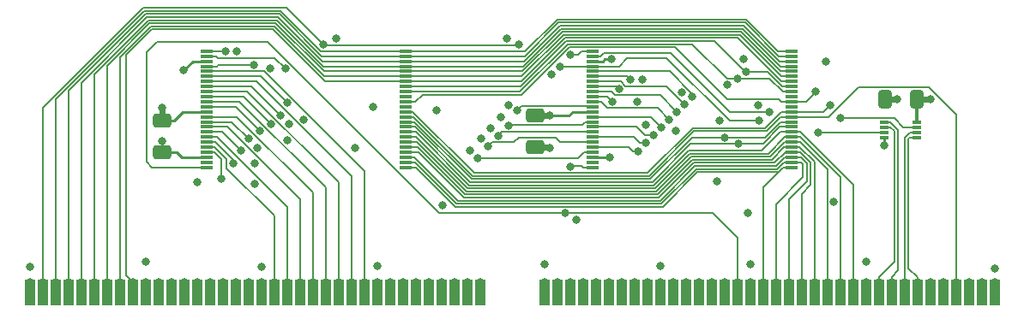
<source format=gtl>
G04 #@! TF.GenerationSoftware,KiCad,Pcbnew,7.0.9*
G04 #@! TF.CreationDate,2024-01-22T22:48:28+01:00*
G04 #@! TF.ProjectId,simm72,73696d6d-3732-42e6-9b69-6361645f7063,A*
G04 #@! TF.SameCoordinates,Original*
G04 #@! TF.FileFunction,Copper,L1,Top*
G04 #@! TF.FilePolarity,Positive*
%FSLAX46Y46*%
G04 Gerber Fmt 4.6, Leading zero omitted, Abs format (unit mm)*
G04 Created by KiCad (PCBNEW 7.0.9) date 2024-01-22 22:48:28*
%MOMM*%
%LPD*%
G01*
G04 APERTURE LIST*
G04 Aperture macros list*
%AMRoundRect*
0 Rectangle with rounded corners*
0 $1 Rounding radius*
0 $2 $3 $4 $5 $6 $7 $8 $9 X,Y pos of 4 corners*
0 Add a 4 corners polygon primitive as box body*
4,1,4,$2,$3,$4,$5,$6,$7,$8,$9,$2,$3,0*
0 Add four circle primitives for the rounded corners*
1,1,$1+$1,$2,$3*
1,1,$1+$1,$4,$5*
1,1,$1+$1,$6,$7*
1,1,$1+$1,$8,$9*
0 Add four rect primitives between the rounded corners*
20,1,$1+$1,$2,$3,$4,$5,0*
20,1,$1+$1,$4,$5,$6,$7,0*
20,1,$1+$1,$6,$7,$8,$9,0*
20,1,$1+$1,$8,$9,$2,$3,0*%
G04 Aperture macros list end*
G04 #@! TA.AperFunction,SMDPad,CuDef*
%ADD10R,1.040000X2.540000*%
G04 #@! TD*
G04 #@! TA.AperFunction,SMDPad,CuDef*
%ADD11R,1.300000X0.300000*%
G04 #@! TD*
G04 #@! TA.AperFunction,SMDPad,CuDef*
%ADD12RoundRect,0.250000X-0.650000X0.412500X-0.650000X-0.412500X0.650000X-0.412500X0.650000X0.412500X0*%
G04 #@! TD*
G04 #@! TA.AperFunction,SMDPad,CuDef*
%ADD13R,0.850000X0.300000*%
G04 #@! TD*
G04 #@! TA.AperFunction,SMDPad,CuDef*
%ADD14RoundRect,0.250000X0.412500X0.650000X-0.412500X0.650000X-0.412500X-0.650000X0.412500X-0.650000X0*%
G04 #@! TD*
G04 #@! TA.AperFunction,ViaPad*
%ADD15C,0.800000*%
G04 #@! TD*
G04 #@! TA.AperFunction,Conductor*
%ADD16C,0.254000*%
G04 #@! TD*
G04 #@! TA.AperFunction,Conductor*
%ADD17C,0.152400*%
G04 #@! TD*
G04 #@! TA.AperFunction,Conductor*
%ADD18C,0.609600*%
G04 #@! TD*
G04 #@! TA.AperFunction,Conductor*
%ADD19C,0.304800*%
G04 #@! TD*
G04 APERTURE END LIST*
D10*
X57375000Y-113921000D03*
X58645000Y-113921000D03*
X59915000Y-113921000D03*
X61185000Y-113921000D03*
X62455000Y-113921000D03*
X63725000Y-113921000D03*
X64995000Y-113921000D03*
X66265000Y-113921000D03*
X67535000Y-113921000D03*
X68805000Y-113921000D03*
X70075000Y-113921000D03*
X71345000Y-113921000D03*
X72615000Y-113921000D03*
X73885000Y-113921000D03*
X75155000Y-113921000D03*
X76425000Y-113921000D03*
X77695000Y-113921000D03*
X78965000Y-113921000D03*
X80235000Y-113921000D03*
X81505000Y-113921000D03*
X82775000Y-113921000D03*
X84045000Y-113921000D03*
X85315000Y-113921000D03*
X86585000Y-113921000D03*
X87855000Y-113921000D03*
X89125000Y-113921000D03*
X90395000Y-113921000D03*
X91665000Y-113921000D03*
X92935000Y-113921000D03*
X94205000Y-113921000D03*
X95475000Y-113921000D03*
X96745000Y-113921000D03*
X98015000Y-113921000D03*
X99285000Y-113921000D03*
X100555000Y-113921000D03*
X101825000Y-113921000D03*
X108175000Y-113921000D03*
X109445000Y-113921000D03*
X110715000Y-113921000D03*
X111985000Y-113921000D03*
X113255000Y-113921000D03*
X114525000Y-113921000D03*
X115795000Y-113921000D03*
X117065000Y-113921000D03*
X118335000Y-113921000D03*
X119605000Y-113921000D03*
X120875000Y-113921000D03*
X122145000Y-113921000D03*
X123415000Y-113921000D03*
X124685000Y-113921000D03*
X125955000Y-113921000D03*
X127225000Y-113921000D03*
X128495000Y-113921000D03*
X129765000Y-113921000D03*
X131035000Y-113921000D03*
X132305000Y-113921000D03*
X133575000Y-113921000D03*
X134845000Y-113921000D03*
X136115000Y-113921000D03*
X137385000Y-113921000D03*
X138655000Y-113921000D03*
X139925000Y-113921000D03*
X141195000Y-113921000D03*
X142465000Y-113921000D03*
X143735000Y-113921000D03*
X145005000Y-113921000D03*
X146275000Y-113921000D03*
X147545000Y-113921000D03*
X148815000Y-113921000D03*
X150085000Y-113921000D03*
X151355000Y-113921000D03*
X152625000Y-113921000D03*
D11*
X132630000Y-101510000D03*
X132630000Y-101010000D03*
X132630000Y-100510000D03*
X132630000Y-100010000D03*
X132630000Y-99510000D03*
X132630000Y-99010000D03*
X132630000Y-98510000D03*
X132630000Y-98010000D03*
X132630000Y-97510000D03*
X132630000Y-97010000D03*
X132630000Y-96510000D03*
X132630000Y-96010000D03*
X132630000Y-95510000D03*
X132630000Y-95010000D03*
X132630000Y-94510000D03*
X132630000Y-94010000D03*
X132630000Y-93510000D03*
X132630000Y-93010000D03*
X132630000Y-92510000D03*
X132630000Y-92010000D03*
X132630000Y-91510000D03*
X132630000Y-91010000D03*
X132630000Y-90510000D03*
X132630000Y-90010000D03*
X112930000Y-90010000D03*
X112930000Y-90510000D03*
X112930000Y-91010000D03*
X112930000Y-91510000D03*
X112930000Y-92010000D03*
X112930000Y-92510000D03*
X112930000Y-93010000D03*
X112930000Y-93510000D03*
X112930000Y-94010000D03*
X112930000Y-94510000D03*
X112930000Y-95010000D03*
X112930000Y-95510000D03*
X112930000Y-96010000D03*
X112930000Y-96510000D03*
X112930000Y-97010000D03*
X112930000Y-97510000D03*
X112930000Y-98010000D03*
X112930000Y-98510000D03*
X112930000Y-99010000D03*
X112930000Y-99510000D03*
X112930000Y-100010000D03*
X112930000Y-100510000D03*
X112930000Y-101010000D03*
X112930000Y-101510000D03*
D12*
X107286000Y-96356500D03*
X107286000Y-99481500D03*
D13*
X141779000Y-97042000D03*
X141779000Y-97542000D03*
X141779000Y-98042000D03*
X141779000Y-98542000D03*
X144929000Y-98542000D03*
X144929000Y-98042000D03*
X144929000Y-97542000D03*
X144929000Y-97042000D03*
D12*
X70456000Y-96864500D03*
X70456000Y-99989500D03*
D14*
X144916500Y-94744000D03*
X141791500Y-94744000D03*
D11*
X94530000Y-101510000D03*
X94530000Y-101010000D03*
X94530000Y-100510000D03*
X94530000Y-100010000D03*
X94530000Y-99510000D03*
X94530000Y-99010000D03*
X94530000Y-98510000D03*
X94530000Y-98010000D03*
X94530000Y-97510000D03*
X94530000Y-97010000D03*
X94530000Y-96510000D03*
X94530000Y-96010000D03*
X94530000Y-95510000D03*
X94530000Y-95010000D03*
X94530000Y-94510000D03*
X94530000Y-94010000D03*
X94530000Y-93510000D03*
X94530000Y-93010000D03*
X94530000Y-92510000D03*
X94530000Y-92010000D03*
X94530000Y-91510000D03*
X94530000Y-91010000D03*
X94530000Y-90510000D03*
X94530000Y-90010000D03*
X74830000Y-90010000D03*
X74830000Y-90510000D03*
X74830000Y-91010000D03*
X74830000Y-91510000D03*
X74830000Y-92010000D03*
X74830000Y-92510000D03*
X74830000Y-93010000D03*
X74830000Y-93510000D03*
X74830000Y-94010000D03*
X74830000Y-94510000D03*
X74830000Y-95010000D03*
X74830000Y-95510000D03*
X74830000Y-96010000D03*
X74830000Y-96510000D03*
X74830000Y-97010000D03*
X74830000Y-97510000D03*
X74830000Y-98010000D03*
X74830000Y-98510000D03*
X74830000Y-99010000D03*
X74830000Y-99510000D03*
X74830000Y-100010000D03*
X74830000Y-100510000D03*
X74830000Y-101010000D03*
X74830000Y-101510000D03*
D15*
X58645000Y-112854200D03*
X86378816Y-89362184D03*
X76679000Y-90045000D03*
X105635000Y-89381900D03*
X110778134Y-90362134D03*
X59915000Y-112854200D03*
X61185000Y-112854200D03*
X62455000Y-112854200D03*
X63725000Y-112854200D03*
X64995000Y-112854200D03*
X66265000Y-112854200D03*
X67535000Y-112854200D03*
X138655000Y-112854200D03*
X137385000Y-112854200D03*
X136115000Y-112854200D03*
X101952000Y-98681000D03*
X121764000Y-94109000D03*
X127860000Y-90813900D03*
X108175000Y-111127000D03*
X142973000Y-94744000D03*
X79593100Y-101094000D03*
X114779000Y-90800100D03*
X68805000Y-110873000D03*
X128495000Y-112854200D03*
X121135900Y-97919000D03*
X68805000Y-112854200D03*
X126209000Y-93340100D03*
X128495000Y-111127000D03*
X70456000Y-98935000D03*
X80235000Y-111381000D03*
X111350000Y-106675100D03*
X73885000Y-102999000D03*
X135988000Y-91061000D03*
X77822000Y-90045000D03*
X125447000Y-96903000D03*
X141779000Y-99316000D03*
X82775000Y-98808000D03*
X139925000Y-110873000D03*
X104492000Y-88775000D03*
X97507000Y-95887000D03*
X125193000Y-102872000D03*
X91665000Y-112854200D03*
X114652000Y-100509800D03*
X129257000Y-95379000D03*
X72568034Y-91903034D03*
X108175000Y-112854200D03*
X89506000Y-99570000D03*
X79593100Y-103126000D03*
X117319000Y-95004900D03*
X81124000Y-91695500D03*
X139925000Y-112854200D03*
X91665000Y-111254000D03*
X108683000Y-99570000D03*
X79860900Y-99570000D03*
X91284000Y-95506000D03*
X118208000Y-97284000D03*
X87601000Y-88775000D03*
X98142000Y-105285000D03*
X128241000Y-106047000D03*
X100809000Y-99824000D03*
X102841000Y-97665000D03*
X119605000Y-112854200D03*
X104619000Y-95379000D03*
X80235000Y-112854200D03*
X136750000Y-104904000D03*
X82965134Y-97220866D03*
X108873134Y-92267134D03*
X84425634Y-96776366D03*
X103857000Y-96522000D03*
X119605000Y-111254000D03*
X117827000Y-92839000D03*
X70075000Y-112854200D03*
X76298000Y-102618000D03*
X77441000Y-101094000D03*
X71345000Y-112854200D03*
X72615000Y-112854200D03*
X78203000Y-99824000D03*
X73885000Y-112854200D03*
X78965000Y-98681000D03*
X80108366Y-97918634D03*
X75155000Y-112854200D03*
X81187866Y-97220134D03*
X76425000Y-112854200D03*
X82140000Y-96395000D03*
X77695000Y-112854200D03*
X78965000Y-112854200D03*
X82774634Y-95125366D03*
X81505000Y-112854200D03*
X82775000Y-112854200D03*
X84045000Y-112854200D03*
X85315000Y-112854200D03*
X86585000Y-112854200D03*
X87855000Y-112854200D03*
X89125000Y-112854200D03*
X90395000Y-112854200D03*
X92935000Y-112854200D03*
X101577900Y-100586000D03*
X94205000Y-112854200D03*
X102593900Y-99443000D03*
X103603000Y-98381900D03*
X95475000Y-112854200D03*
X104625900Y-97381900D03*
X96745000Y-112854200D03*
X105508000Y-95887000D03*
X98015000Y-112854200D03*
X114906000Y-94991100D03*
X99285000Y-112854200D03*
X100555000Y-112854200D03*
X115541000Y-93734900D03*
X101825000Y-112854200D03*
X116684000Y-92839000D03*
X117446000Y-99951000D03*
X109445000Y-112854200D03*
X118208000Y-99062000D03*
X110715000Y-112854200D03*
X118970000Y-98300000D03*
X111985000Y-112854200D03*
X119732000Y-97538000D03*
X113255000Y-112854200D03*
X114525000Y-112854200D03*
X120494000Y-96776000D03*
X121256000Y-96014000D03*
X115795000Y-112854200D03*
X117065000Y-112854200D03*
X122018000Y-95252000D03*
X122780000Y-94490000D03*
X118335000Y-112854200D03*
X122145000Y-112854200D03*
X125955000Y-98554000D03*
X123415000Y-112854200D03*
X127352000Y-99189000D03*
X127225000Y-92712000D03*
X124685000Y-112854200D03*
X125955000Y-112854200D03*
X128114000Y-92070100D03*
X127225000Y-112854200D03*
X110715000Y-101431100D03*
X110207000Y-106047000D03*
X129765000Y-112854200D03*
X131035000Y-112854200D03*
X132305000Y-112854200D03*
X133575000Y-112854200D03*
X134845000Y-112854200D03*
X130400000Y-96014000D03*
X135226000Y-98046000D03*
X109699000Y-91569000D03*
X79473000Y-91381006D03*
X147545000Y-112854200D03*
X129384000Y-96903000D03*
X148815000Y-112854200D03*
X146275000Y-112854200D03*
X150085000Y-112854200D03*
X151355000Y-112854200D03*
X137385000Y-96649000D03*
X82623090Y-91720410D03*
X142465000Y-112854200D03*
X141195000Y-112854200D03*
X145005000Y-112854200D03*
X143735000Y-112854200D03*
X152625000Y-111508000D03*
X108683000Y-96395000D03*
X57375000Y-111381000D03*
X146275000Y-94744000D03*
X134972000Y-93982000D03*
X70456000Y-95633000D03*
X136432500Y-95315500D03*
X57375000Y-112854200D03*
X152625000Y-112854200D03*
X120875000Y-112854200D03*
D16*
X141779000Y-99316000D02*
X141779000Y-98542000D01*
D17*
X111893000Y-90010000D02*
X112930000Y-90010000D01*
X76644000Y-90010000D02*
X74830000Y-90010000D01*
X82743632Y-85727000D02*
X68551000Y-85727000D01*
X105635000Y-89381900D02*
X105606900Y-89410000D01*
X86378816Y-89362184D02*
X82743632Y-85727000D01*
X111540866Y-90362134D02*
X111893000Y-90010000D01*
X76679000Y-90045000D02*
X76644000Y-90010000D01*
X68551000Y-85727000D02*
X58645000Y-95633000D01*
X110778134Y-90362134D02*
X111540866Y-90362134D01*
X86378816Y-89362184D02*
X86426632Y-89410000D01*
X86426632Y-89410000D02*
X105606900Y-89410000D01*
X58645000Y-95633000D02*
X58645000Y-112854200D01*
X131265578Y-90010000D02*
X132630000Y-90010000D01*
X82160164Y-86031800D02*
X86138364Y-90010000D01*
X59915000Y-94794052D02*
X68677252Y-86031800D01*
X128125578Y-86870000D02*
X131265578Y-90010000D01*
X68677252Y-86031800D02*
X82160164Y-86031800D01*
X86138364Y-90010000D02*
X94530000Y-90010000D01*
X109445000Y-86870000D02*
X128125578Y-86870000D01*
X59915000Y-112854200D02*
X59915000Y-94794052D01*
X94530000Y-90010000D02*
X106305000Y-90010000D01*
X106305000Y-90010000D02*
X109445000Y-86870000D01*
X132630000Y-90510000D02*
X131334526Y-90510000D01*
X61185000Y-93955104D02*
X61185000Y-112854200D01*
X94530000Y-90510000D02*
X86207312Y-90510000D01*
X68803504Y-86336600D02*
X61185000Y-93955104D01*
X82033912Y-86336600D02*
X68803504Y-86336600D01*
X86207312Y-90510000D02*
X82033912Y-86336600D01*
X131334526Y-90510000D02*
X127999326Y-87174800D01*
X109571252Y-87174800D02*
X106236052Y-90510000D01*
X127999326Y-87174800D02*
X109571252Y-87174800D01*
X106236052Y-90510000D02*
X94530000Y-90510000D01*
X106167104Y-91010000D02*
X109697504Y-87479600D01*
X62455000Y-93116156D02*
X68929756Y-86641400D01*
X94530000Y-91010000D02*
X106167104Y-91010000D01*
X62455000Y-112854200D02*
X62455000Y-93116156D01*
X81907660Y-86641400D02*
X86276260Y-91010000D01*
X131403474Y-91010000D02*
X132630000Y-91010000D01*
X109697504Y-87479600D02*
X127873074Y-87479600D01*
X86276260Y-91010000D02*
X94530000Y-91010000D01*
X127873074Y-87479600D02*
X131403474Y-91010000D01*
X68929756Y-86641400D02*
X81907660Y-86641400D01*
X69056008Y-86946200D02*
X63725000Y-92277208D01*
X132630000Y-91510000D02*
X131472422Y-91510000D01*
X63725000Y-92277208D02*
X63725000Y-112854200D01*
X94530000Y-91510000D02*
X86345208Y-91510000D01*
X109823756Y-87784400D02*
X106098156Y-91510000D01*
X86345208Y-91510000D02*
X81781408Y-86946200D01*
X131472422Y-91510000D02*
X127746822Y-87784400D01*
X127746822Y-87784400D02*
X109823756Y-87784400D01*
X106098156Y-91510000D02*
X94530000Y-91510000D01*
X81781408Y-86946200D02*
X69056008Y-86946200D01*
X109950008Y-88089200D02*
X127605252Y-88089200D01*
X81655156Y-87251000D02*
X86414156Y-92010000D01*
X64995000Y-91442000D02*
X69186000Y-87251000D01*
X86414156Y-92010000D02*
X94530000Y-92010000D01*
X69186000Y-87251000D02*
X81655156Y-87251000D01*
X106029208Y-92010000D02*
X109950008Y-88089200D01*
X127605252Y-88089200D02*
X131526052Y-92010000D01*
X131526052Y-92010000D02*
X132630000Y-92010000D01*
X94530000Y-92010000D02*
X106029208Y-92010000D01*
X64995000Y-112854200D02*
X64995000Y-91442000D01*
X131595000Y-92510000D02*
X127479000Y-88394000D01*
X86483104Y-92510000D02*
X81528904Y-87555800D01*
X81528904Y-87555800D02*
X69312252Y-87555800D01*
X66265000Y-90603052D02*
X66265000Y-112854200D01*
X110076260Y-88394000D02*
X105960260Y-92510000D01*
X105960260Y-92510000D02*
X94530000Y-92510000D01*
X132630000Y-92510000D02*
X131595000Y-92510000D01*
X94530000Y-92510000D02*
X86483104Y-92510000D01*
X127479000Y-88394000D02*
X110076260Y-88394000D01*
X69312252Y-87555800D02*
X66265000Y-90603052D01*
X67535000Y-112854200D02*
X66900000Y-112219200D01*
X69438504Y-87860600D02*
X81402652Y-87860600D01*
X94530000Y-93010000D02*
X105891312Y-93010000D01*
X66900000Y-112219200D02*
X66900000Y-90399104D01*
X127275800Y-88698800D02*
X131587000Y-93010000D01*
X86552052Y-93010000D02*
X94530000Y-93010000D01*
X66900000Y-90399104D02*
X69438504Y-87860600D01*
X131587000Y-93010000D02*
X132630000Y-93010000D01*
X110202512Y-88698800D02*
X127275800Y-88698800D01*
X81402652Y-87860600D02*
X86552052Y-93010000D01*
X105891312Y-93010000D02*
X110202512Y-88698800D01*
X133432400Y-98010000D02*
X138655000Y-103232600D01*
X131452000Y-98010000D02*
X132630000Y-98010000D01*
X122404236Y-99849400D02*
X129612600Y-99849400D01*
X94530000Y-98010000D02*
X95470296Y-98010000D01*
X100738696Y-103278400D02*
X118975236Y-103278400D01*
X118975236Y-103278400D02*
X122404236Y-99849400D01*
X95470296Y-98010000D02*
X100738696Y-103278400D01*
X138655000Y-103232600D02*
X138655000Y-112854200D01*
X132630000Y-98010000D02*
X133432400Y-98010000D01*
X129612600Y-99849400D02*
X131452000Y-98010000D01*
X132630000Y-98510000D02*
X133432400Y-98510000D01*
X133432400Y-98510000D02*
X137385000Y-102462600D01*
X119101488Y-103583200D02*
X100612444Y-103583200D01*
X130278200Y-100154200D02*
X122530488Y-100154200D01*
X137385000Y-102462600D02*
X137385000Y-112854200D01*
X131922400Y-98510000D02*
X130278200Y-100154200D01*
X122530488Y-100154200D02*
X119101488Y-103583200D01*
X95539244Y-98510000D02*
X94530000Y-98510000D01*
X132630000Y-98510000D02*
X131922400Y-98510000D01*
X100612444Y-103583200D02*
X95539244Y-98510000D01*
X100486192Y-103888000D02*
X119227740Y-103888000D01*
X119227740Y-103888000D02*
X122656740Y-100459000D01*
X94530000Y-99010000D02*
X95608192Y-99010000D01*
X95608192Y-99010000D02*
X100486192Y-103888000D01*
X133432400Y-99010000D02*
X136115000Y-101692600D01*
X122656740Y-100459000D02*
X130492748Y-100459000D01*
X132630000Y-99010000D02*
X133432400Y-99010000D01*
X131941748Y-99010000D02*
X132630000Y-99010000D01*
X130492748Y-100459000D02*
X131941748Y-99010000D01*
X136115000Y-101692600D02*
X136115000Y-112854200D01*
D16*
X114150900Y-90800100D02*
X113941000Y-91010000D01*
D18*
X141791500Y-94744000D02*
X142973000Y-94744000D01*
D16*
X71891500Y-99989500D02*
X70456000Y-99989500D01*
X74830000Y-91010000D02*
X73461068Y-91010000D01*
D18*
X107286000Y-99481500D02*
X108594500Y-99481500D01*
D16*
X74830000Y-100510000D02*
X72412000Y-100510000D01*
X70456000Y-99989500D02*
X70456000Y-98935000D01*
X108594500Y-99481500D02*
X108683000Y-99570000D01*
X114779000Y-90800100D02*
X114150900Y-90800100D01*
X72412000Y-100510000D02*
X71891500Y-99989500D01*
X73461068Y-91010000D02*
X72568034Y-91903034D01*
X114651800Y-100510000D02*
X114652000Y-100509800D01*
X112930000Y-100510000D02*
X114651800Y-100510000D01*
X113941000Y-91010000D02*
X112930000Y-91010000D01*
D17*
X75632400Y-100010000D02*
X76298000Y-100675600D01*
X76298000Y-100675600D02*
X76298000Y-102618000D01*
X74830000Y-100010000D02*
X75632400Y-100010000D01*
X77441000Y-100789948D02*
X77441000Y-101094000D01*
X75661052Y-99010000D02*
X77441000Y-100789948D01*
X74830000Y-99010000D02*
X75661052Y-99010000D01*
X76389000Y-98010000D02*
X74830000Y-98010000D01*
X78203000Y-99824000D02*
X76389000Y-98010000D01*
X77294000Y-97010000D02*
X74830000Y-97010000D01*
X78965000Y-98681000D02*
X77294000Y-97010000D01*
X77699732Y-95510000D02*
X74830000Y-95510000D01*
X80108366Y-97918634D02*
X77699732Y-95510000D01*
X78477732Y-94510000D02*
X74830000Y-94510000D01*
X81187866Y-97220134D02*
X78477732Y-94510000D01*
X79254268Y-93510000D02*
X74830000Y-93510000D01*
X82139268Y-96395000D02*
X79254268Y-93510000D01*
X82140000Y-96395000D02*
X82139268Y-96395000D01*
X80159268Y-92510000D02*
X74830000Y-92510000D01*
X82774634Y-95125366D02*
X80159268Y-92510000D01*
X81505000Y-112854200D02*
X81505000Y-106301000D01*
X75587200Y-99510000D02*
X74830000Y-99510000D01*
X76806000Y-100728800D02*
X75587200Y-99510000D01*
X81505000Y-106301000D02*
X76806000Y-101602000D01*
X76806000Y-101602000D02*
X76806000Y-100728800D01*
X82775000Y-105412000D02*
X75873000Y-98510000D01*
X75873000Y-98510000D02*
X74830000Y-98510000D01*
X82775000Y-112854200D02*
X82775000Y-105412000D01*
X84045000Y-104650000D02*
X76905000Y-97510000D01*
X84045000Y-112854200D02*
X84045000Y-104650000D01*
X76905000Y-97510000D02*
X74830000Y-97510000D01*
X85315000Y-112854200D02*
X85315000Y-104015000D01*
X77810000Y-96510000D02*
X74830000Y-96510000D01*
X85315000Y-104015000D02*
X77810000Y-96510000D01*
X78088000Y-95010000D02*
X74830000Y-95010000D01*
X86585000Y-103507000D02*
X78088000Y-95010000D01*
X86585000Y-112854200D02*
X86585000Y-103507000D01*
X87855000Y-102999000D02*
X78866000Y-94010000D01*
X78866000Y-94010000D02*
X74830000Y-94010000D01*
X87855000Y-112854200D02*
X87855000Y-102999000D01*
X89125000Y-112854200D02*
X89125000Y-102364000D01*
X79771000Y-93010000D02*
X74830000Y-93010000D01*
X89125000Y-102364000D02*
X79771000Y-93010000D01*
X90395000Y-101855475D02*
X80549525Y-92010000D01*
X90395000Y-112854200D02*
X90395000Y-101855475D01*
X80549525Y-92010000D02*
X74830000Y-92010000D01*
X101577900Y-100586000D02*
X111551600Y-100586000D01*
X112127600Y-100010000D02*
X112930000Y-100010000D01*
X111551600Y-100586000D02*
X112127600Y-100010000D01*
X105178500Y-99010500D02*
X105635000Y-98554000D01*
X109318000Y-98554000D02*
X109774000Y-99010000D01*
X109774000Y-99010000D02*
X112930000Y-99010000D01*
X112878000Y-99062000D02*
X112930000Y-99010000D01*
X105635000Y-98554000D02*
X109318000Y-98554000D01*
X103026400Y-99010500D02*
X105178500Y-99010500D01*
X102593900Y-99443000D02*
X103026400Y-99010500D01*
X103603000Y-98381900D02*
X103974900Y-98010000D01*
X103974900Y-98010000D02*
X112930000Y-98010000D01*
X112172800Y-97010000D02*
X112930000Y-97010000D01*
X104723800Y-97284000D02*
X111898800Y-97284000D01*
X111898800Y-97284000D02*
X112172800Y-97010000D01*
X104625900Y-97381900D02*
X104723800Y-97284000D01*
X112885400Y-95465400D02*
X112930000Y-95510000D01*
X105508000Y-95887000D02*
X105929600Y-95465400D01*
X105929600Y-95465400D02*
X112885400Y-95465400D01*
X114424900Y-94510000D02*
X112930000Y-94510000D01*
X114906000Y-94991100D02*
X114424900Y-94510000D01*
X115316100Y-93510000D02*
X112930000Y-93510000D01*
X115541000Y-93734900D02*
X115316100Y-93510000D01*
X116684000Y-92839000D02*
X116355000Y-92510000D01*
X116355000Y-92510000D02*
X112930000Y-92510000D01*
X116497000Y-99510000D02*
X116938000Y-99951000D01*
X112930000Y-99510000D02*
X116497000Y-99510000D01*
X116938000Y-99951000D02*
X117446000Y-99951000D01*
X117021000Y-98510000D02*
X112930000Y-98510000D01*
X117573000Y-99062000D02*
X117021000Y-98510000D01*
X118208000Y-99062000D02*
X117573000Y-99062000D01*
X118081000Y-98300000D02*
X117291000Y-97510000D01*
X117291000Y-97510000D02*
X112930000Y-97510000D01*
X118970000Y-98300000D02*
X118081000Y-98300000D01*
X119732000Y-97538000D02*
X118704000Y-96510000D01*
X118704000Y-96510000D02*
X112930000Y-96510000D01*
X114398000Y-95633000D02*
X113775000Y-95010000D01*
X113775000Y-95010000D02*
X112930000Y-95010000D01*
X120494000Y-96776000D02*
X119351000Y-95633000D01*
X119351000Y-95633000D02*
X114398000Y-95633000D01*
X114807000Y-94010000D02*
X112930000Y-94010000D01*
X119605000Y-94363000D02*
X115160000Y-94363000D01*
X121256000Y-96014000D02*
X119605000Y-94363000D01*
X115160000Y-94363000D02*
X114807000Y-94010000D01*
X115705075Y-93010000D02*
X112930000Y-93010000D01*
X116169075Y-93474000D02*
X115705075Y-93010000D01*
X120240000Y-93474000D02*
X116169075Y-93474000D01*
X122018000Y-95252000D02*
X120240000Y-93474000D01*
X120554000Y-92010000D02*
X112930000Y-92010000D01*
X122780000Y-94236000D02*
X120554000Y-92010000D01*
X122780000Y-94490000D02*
X122780000Y-94236000D01*
X129962548Y-98560400D02*
X131512948Y-97010000D01*
X118665200Y-102668800D02*
X100991200Y-102668800D01*
X125955000Y-98554000D02*
X125961400Y-98560400D01*
X131512948Y-97010000D02*
X132630000Y-97010000D01*
X122780000Y-98554000D02*
X118665200Y-102668800D01*
X95332400Y-97010000D02*
X94530000Y-97010000D01*
X100991200Y-102668800D02*
X95332400Y-97010000D01*
X125955000Y-98554000D02*
X122780000Y-98554000D01*
X125961400Y-98560400D02*
X129962548Y-98560400D01*
X127352000Y-99189000D02*
X122633584Y-99189000D01*
X118848984Y-102973600D02*
X100864948Y-102973600D01*
X131444000Y-97510000D02*
X132630000Y-97510000D01*
X127352000Y-99189000D02*
X129765000Y-99189000D01*
X122633584Y-99189000D02*
X118848984Y-102973600D01*
X129765000Y-99189000D02*
X131444000Y-97510000D01*
X95401348Y-97510000D02*
X94530000Y-97510000D01*
X100864948Y-102973600D02*
X95401348Y-97510000D01*
X127225000Y-92712000D02*
X126209000Y-92712000D01*
X131724896Y-94010000D02*
X132630000Y-94010000D01*
X122805400Y-89308400D02*
X110455016Y-89308400D01*
X127225000Y-92712000D02*
X130426896Y-92712000D01*
X130426896Y-92712000D02*
X131724896Y-94010000D01*
X105753416Y-94010000D02*
X94530000Y-94010000D01*
X126209000Y-92712000D02*
X122805400Y-89308400D01*
X110455016Y-89308400D02*
X105753416Y-94010000D01*
X128043600Y-92070100D02*
X124977100Y-89003600D01*
X128114000Y-92070100D02*
X128043600Y-92070100D01*
X128120900Y-92077000D02*
X130222948Y-92077000D01*
X105822364Y-93510000D02*
X94530000Y-93510000D01*
X128114000Y-92070100D02*
X128120900Y-92077000D01*
X124977100Y-89003600D02*
X110328764Y-89003600D01*
X110328764Y-89003600D02*
X105822364Y-93510000D01*
X130222948Y-92077000D02*
X131655948Y-93510000D01*
X131655948Y-93510000D02*
X132630000Y-93510000D01*
X112020000Y-101510000D02*
X112930000Y-101510000D01*
X127225000Y-108460000D02*
X127225000Y-112854200D01*
X68932000Y-90091312D02*
X68932000Y-100967000D01*
X111858000Y-101348000D02*
X112020000Y-101510000D01*
X110207000Y-106047000D02*
X97837948Y-106047000D01*
X69475000Y-101510000D02*
X74830000Y-101510000D01*
X80870748Y-89079800D02*
X69943512Y-89079800D01*
X69943512Y-89079800D02*
X68932000Y-90091312D01*
X110798100Y-101348000D02*
X110715000Y-101431100D01*
X124812000Y-106047000D02*
X127225000Y-108460000D01*
X97837948Y-106047000D02*
X80870748Y-89079800D01*
X110207000Y-106047000D02*
X124812000Y-106047000D01*
X68932000Y-100967000D02*
X69475000Y-101510000D01*
X111858000Y-101348000D02*
X110798100Y-101348000D01*
X95470296Y-101510000D02*
X94530000Y-101510000D01*
X129765000Y-103507000D02*
X131289000Y-101983000D01*
X99372296Y-105412000D02*
X95470296Y-101510000D01*
X131762000Y-101510000D02*
X131289000Y-101983000D01*
X131289000Y-101983000D02*
X123288000Y-101983000D01*
X129765000Y-112854200D02*
X129765000Y-103507000D01*
X123288000Y-101983000D02*
X119859000Y-105412000D01*
X119859000Y-105412000D02*
X99372296Y-105412000D01*
X132630000Y-101510000D02*
X131762000Y-101510000D01*
X133702000Y-102491000D02*
X133702000Y-101221000D01*
X131162748Y-101678200D02*
X131830948Y-101010000D01*
X123161748Y-101678200D02*
X131162748Y-101678200D01*
X94530000Y-101010000D02*
X95401348Y-101010000D01*
X95401348Y-101010000D02*
X99498548Y-105107200D01*
X133491000Y-101010000D02*
X132630000Y-101010000D01*
X133702000Y-101221000D02*
X133491000Y-101010000D01*
X99498548Y-105107200D02*
X119732748Y-105107200D01*
X131035000Y-112854200D02*
X131035000Y-105158000D01*
X131035000Y-105158000D02*
X133702000Y-102491000D01*
X119732748Y-105107200D02*
X123161748Y-101678200D01*
X131830948Y-101010000D02*
X132630000Y-101010000D01*
X132305000Y-112854200D02*
X132305000Y-104650000D01*
X123035496Y-101373400D02*
X119606496Y-104802400D01*
X134083000Y-102872000D02*
X134083000Y-101094000D01*
X95332400Y-100510000D02*
X94530000Y-100510000D01*
X133499000Y-100510000D02*
X132630000Y-100510000D01*
X132305000Y-104650000D02*
X134083000Y-102872000D01*
X99624800Y-104802400D02*
X95332400Y-100510000D01*
X131036496Y-101373400D02*
X123035496Y-101373400D01*
X132630000Y-100510000D02*
X131899896Y-100510000D01*
X131899896Y-100510000D02*
X131036496Y-101373400D01*
X119606496Y-104802400D02*
X99624800Y-104802400D01*
X134083000Y-101094000D02*
X133499000Y-100510000D01*
X134464000Y-103253000D02*
X134464000Y-101043948D01*
X130910244Y-101068600D02*
X131968844Y-100010000D01*
X131968844Y-100010000D02*
X132630000Y-100010000D01*
X95746088Y-100010000D02*
X100233688Y-104497600D01*
X119480244Y-104497600D02*
X122909244Y-101068600D01*
X133430052Y-100010000D02*
X132630000Y-100010000D01*
X134464000Y-101043948D02*
X133430052Y-100010000D01*
X94530000Y-100010000D02*
X95746088Y-100010000D01*
X122909244Y-101068600D02*
X130910244Y-101068600D01*
X133575000Y-104142000D02*
X134464000Y-103253000D01*
X133575000Y-112854200D02*
X133575000Y-104142000D01*
X100233688Y-104497600D02*
X119480244Y-104497600D01*
X95677140Y-99510000D02*
X94530000Y-99510000D01*
X130619000Y-100763800D02*
X122782992Y-100763800D01*
X133387200Y-99510000D02*
X132630000Y-99510000D01*
X100359940Y-104192800D02*
X95677140Y-99510000D01*
X134845000Y-100967800D02*
X133387200Y-99510000D01*
X122782992Y-100763800D02*
X119353992Y-104192800D01*
X132630000Y-99510000D02*
X131872800Y-99510000D01*
X119353992Y-104192800D02*
X100359940Y-104192800D01*
X131872800Y-99510000D02*
X130619000Y-100763800D01*
X134845000Y-112854200D02*
X134845000Y-100967800D01*
X126463000Y-96014000D02*
X130400000Y-96014000D01*
X120621000Y-90172000D02*
X126463000Y-96014000D01*
X114025200Y-90172000D02*
X120621000Y-90172000D01*
X112930000Y-90510000D02*
X113687200Y-90510000D01*
X135226000Y-98046000D02*
X135230000Y-98042000D01*
X135230000Y-98042000D02*
X141779000Y-98042000D01*
X113687200Y-90510000D02*
X114025200Y-90172000D01*
X120240000Y-90680000D02*
X116366500Y-90680000D01*
X129384000Y-96903000D02*
X126463000Y-96903000D01*
X115536500Y-91510000D02*
X112930000Y-91510000D01*
X126463000Y-96903000D02*
X120240000Y-90680000D01*
X109758000Y-91510000D02*
X109699000Y-91569000D01*
X112930000Y-91510000D02*
X109758000Y-91510000D01*
X79473000Y-91381006D02*
X75977994Y-91381006D01*
X75977994Y-91381006D02*
X75849000Y-91510000D01*
X116366500Y-90680000D02*
X115536500Y-91510000D01*
X75849000Y-91510000D02*
X74830000Y-91510000D01*
X148815000Y-112854200D02*
X148815000Y-96268000D01*
X148815000Y-96268000D02*
X146148000Y-93601000D01*
X130122000Y-97919000D02*
X122983948Y-97919000D01*
X132630000Y-96510000D02*
X131531000Y-96510000D01*
X95263452Y-96510000D02*
X94530000Y-96510000D01*
X101117452Y-102364000D02*
X95263452Y-96510000D01*
X146148000Y-93601000D02*
X139163000Y-93601000D01*
X118538948Y-102364000D02*
X101117452Y-102364000D01*
X136254000Y-96510000D02*
X132630000Y-96510000D01*
X139163000Y-93601000D02*
X136254000Y-96510000D01*
X131531000Y-96510000D02*
X130122000Y-97919000D01*
X122983948Y-97919000D02*
X118538948Y-102364000D01*
X144929000Y-97542000D02*
X143612000Y-97542000D01*
X143612000Y-97542000D02*
X142719000Y-96649000D01*
X82623090Y-91720410D02*
X81576280Y-90673600D01*
X81576280Y-90673600D02*
X75974113Y-90673600D01*
X142719000Y-96649000D02*
X137385000Y-96649000D01*
X75974113Y-90673600D02*
X75810513Y-90510000D01*
X75810513Y-90510000D02*
X74830000Y-90510000D01*
X143100000Y-111711200D02*
X143100000Y-97785600D01*
X143100000Y-97785600D02*
X142356400Y-97042000D01*
X142465000Y-112854200D02*
X142465000Y-112346200D01*
X142356400Y-97042000D02*
X141779000Y-97042000D01*
X142465000Y-112346200D02*
X143100000Y-111711200D01*
X142719000Y-110847600D02*
X142719000Y-97904600D01*
X141195000Y-112371600D02*
X142719000Y-110847600D01*
X142719000Y-97904600D02*
X142356400Y-97542000D01*
X141195000Y-112854200D02*
X141195000Y-112371600D01*
X142356400Y-97542000D02*
X141779000Y-97542000D01*
X144116000Y-98681000D02*
X144255000Y-98542000D01*
X144255000Y-98542000D02*
X144929000Y-98542000D01*
X145005000Y-112854200D02*
X145005000Y-112397000D01*
X145005000Y-112397000D02*
X144116000Y-111508000D01*
X144116000Y-111508000D02*
X144116000Y-98681000D01*
X144247000Y-98042000D02*
X144929000Y-98042000D01*
X143735000Y-98554000D02*
X144247000Y-98042000D01*
X143735000Y-112854200D02*
X143735000Y-98554000D01*
X135738000Y-96010000D02*
X132630000Y-96010000D01*
D19*
X144929000Y-94756500D02*
X144916500Y-94744000D01*
D17*
X134972000Y-94045500D02*
X134007500Y-95010000D01*
D16*
X108683000Y-96395000D02*
X110588000Y-96395000D01*
D18*
X144916500Y-94744000D02*
X146275000Y-94744000D01*
D17*
X134972000Y-93982000D02*
X134972000Y-94045500D01*
X95463000Y-95010000D02*
X96158200Y-94314800D01*
D16*
X110588000Y-96395000D02*
X110973000Y-96010000D01*
D17*
X134007500Y-95010000D02*
X132630000Y-95010000D01*
D16*
X74830000Y-96010000D02*
X72492000Y-96010000D01*
D17*
X118412696Y-102059200D02*
X122857696Y-97614200D01*
D16*
X108683000Y-96395000D02*
X108644500Y-96356500D01*
D17*
X131599948Y-96010000D02*
X132630000Y-96010000D01*
X131320900Y-94744000D02*
X131586900Y-95010000D01*
D18*
X108644500Y-96356500D02*
X107794000Y-96356500D01*
D17*
X136432500Y-95315500D02*
X135738000Y-96010000D01*
X110638800Y-89613200D02*
X121078200Y-89613200D01*
X95194504Y-96010000D02*
X101243704Y-102059200D01*
X126209000Y-94744000D02*
X131320900Y-94744000D01*
D19*
X144929000Y-97042000D02*
X144929000Y-94756500D01*
D17*
X96158200Y-94314800D02*
X105937200Y-94314800D01*
X94530000Y-95010000D02*
X95463000Y-95010000D01*
D16*
X72492000Y-96010000D02*
X71637500Y-96864500D01*
D18*
X70456000Y-96864500D02*
X70456000Y-95633000D01*
D17*
X129995748Y-97614200D02*
X131599948Y-96010000D01*
X121078200Y-89613200D02*
X126209000Y-94744000D01*
X122857696Y-97614200D02*
X129995748Y-97614200D01*
X94530000Y-96010000D02*
X95194504Y-96010000D01*
X105937200Y-94314800D02*
X110638800Y-89613200D01*
D16*
X110973000Y-96010000D02*
X112930000Y-96010000D01*
D17*
X131586900Y-95010000D02*
X132630000Y-95010000D01*
D16*
X71637500Y-96864500D02*
X70456000Y-96864500D01*
D17*
X101243704Y-102059200D02*
X118412696Y-102059200D01*
M02*

</source>
